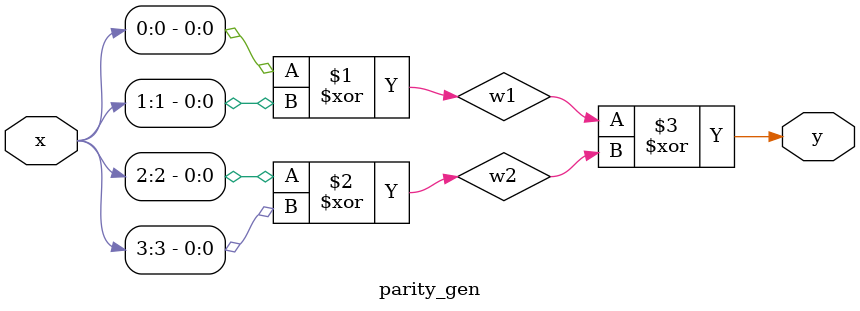
<source format=v>
`timescale 1ns / 1ps


module parity_gen(
    output y,
    input [3:0] x
    );
    wire w1,w2;
    xor g1(w1,x[0],x[1]);
    xor g2(w2,x[2],x[3]);
    xor g3(y,w1,w2);
endmodule

</source>
